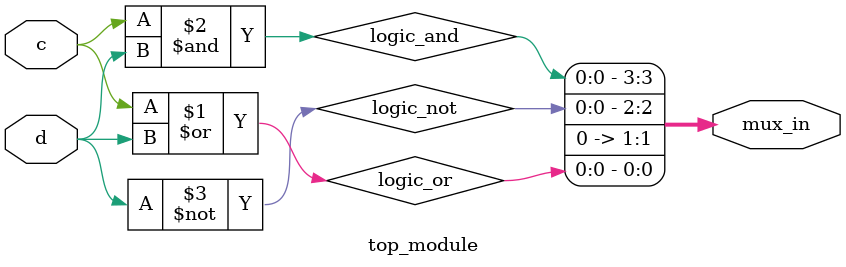
<source format=sv>
module top_module (
	input c,
	input d,
	output [3:0] mux_in
);

wire a, b;
wire logic_or;
wire logic_and;
wire logic_not;

assign logic_or = c | d;
assign logic_and = c & d;
assign logic_not = ~d;

assign mux_in[0] = logic_or;
assign mux_in[1] = 0;
assign mux_in[2] = logic_not;
assign mux_in[3] = logic_and;

endmodule

</source>
